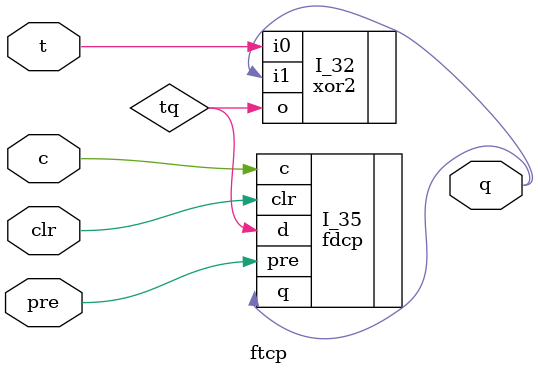
<source format=v>

module ftcp( q, c, clr, pre, t );

output  q;


input  c, clr, pre, t;





specify 
    specparam CDS_LIBNAME  = "xc7000";
    specparam CDS_CELLNAME = "ftcp";
    specparam CDS_VIEWNAME = "schematic";
endspecify

xor2  I_32( .i0(t), .i1(q), .o(tq));
fdcp  I_35( .q(q), .clr(clr), .d(tq), .c(c), .pre(pre));

endmodule

</source>
